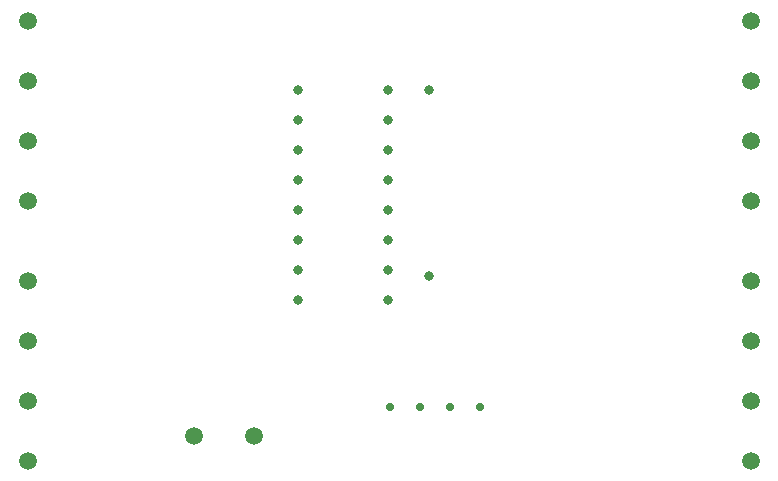
<source format=gbr>
%TF.GenerationSoftware,KiCad,Pcbnew,5.99.0+really5.1.10+dfsg1-1*%
%TF.CreationDate,2021-11-02T22:02:19+11:00*%
%TF.ProjectId,buffer,62756666-6572-42e6-9b69-6361645f7063,rev?*%
%TF.SameCoordinates,PX2faf080PY5f5e100*%
%TF.FileFunction,Plated,1,2,PTH,Drill*%
%TF.FilePolarity,Positive*%
%FSLAX46Y46*%
G04 Gerber Fmt 4.6, Leading zero omitted, Abs format (unit mm)*
G04 Created by KiCad (PCBNEW 5.99.0+really5.1.10+dfsg1-1) date 2021-11-02 22:02:19*
%MOMM*%
%LPD*%
G01*
G04 APERTURE LIST*
%TA.AperFunction,ComponentDrill*%
%ADD10C,0.700000*%
%TD*%
%TA.AperFunction,ComponentDrill*%
%ADD11C,0.800000*%
%TD*%
%TA.AperFunction,ViaDrill*%
%ADD12C,0.800000*%
%TD*%
%TA.AperFunction,ComponentDrill*%
%ADD13C,1.520000*%
%TD*%
G04 APERTURE END LIST*
D10*
%TO.C,U2*%
X34980000Y7300000D03*
X37520000Y7300000D03*
X40060000Y7300000D03*
X42600000Y7300000D03*
D11*
%TO.C,U1*%
X27130000Y34130000D03*
X27130000Y31590000D03*
X27130000Y29050000D03*
X27130000Y26510000D03*
X27130000Y23970000D03*
X27130000Y21430000D03*
X27130000Y18890000D03*
X27130000Y16350000D03*
X34750000Y34130000D03*
X34750000Y31590000D03*
X34750000Y29050000D03*
X34750000Y26510000D03*
X34750000Y23970000D03*
X34750000Y21430000D03*
X34750000Y18890000D03*
X34750000Y16350000D03*
%TD*%
D12*
X38200000Y18400000D03*
X38270000Y34130000D03*
D13*
%TO.C,J4*%
X4250000Y40000000D03*
X4250000Y34920000D03*
X4250000Y29840000D03*
X4250000Y24760000D03*
%TO.C,J3*%
X4250000Y18000000D03*
X4250000Y12920000D03*
X4250000Y7840000D03*
X4250000Y2760000D03*
%TO.C,J5*%
X18320000Y4800000D03*
X23400000Y4800000D03*
%TO.C,J2*%
X65500000Y40000000D03*
X65500000Y34920000D03*
X65500000Y29840000D03*
X65500000Y24760000D03*
%TO.C,J1*%
X65500000Y18000000D03*
X65500000Y12920000D03*
X65500000Y7840000D03*
X65500000Y2760000D03*
M02*

</source>
